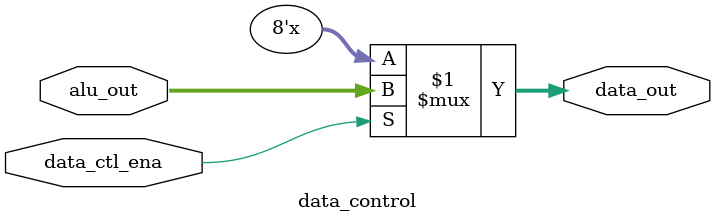
<source format=v>
module data_control (
    input [7:0]  alu_out,
    input        data_ctl_ena,
    output [7:0] data_out
);
    
assign data_out = data_ctl_ena ? alu_out : 8'bzzzzzzzz;

endmodule
</source>
